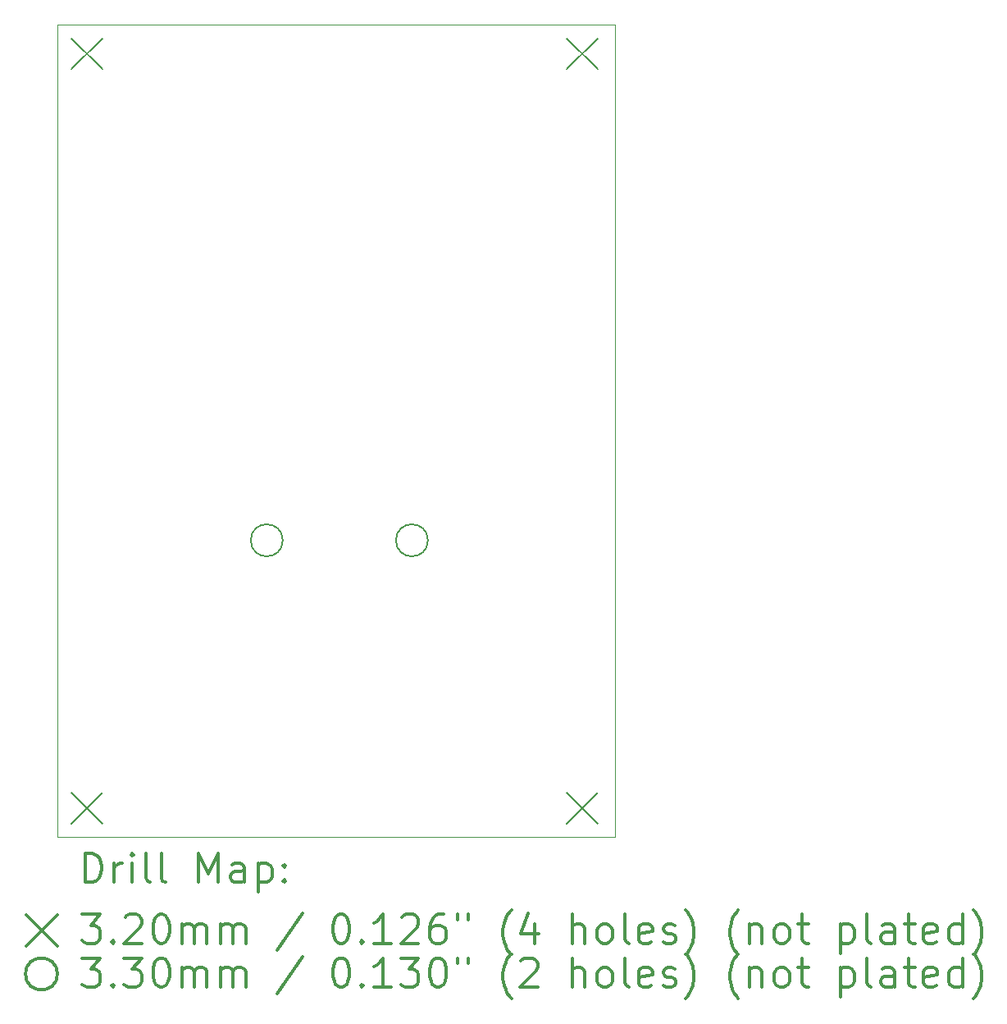
<source format=gbr>
%FSLAX45Y45*%
G04 Gerber Fmt 4.5, Leading zero omitted, Abs format (unit mm)*
G04 Created by KiCad (PCBNEW 5.1.5+dfsg1-2build2) date 2023-01-01 14:21:48*
%MOMM*%
%LPD*%
G04 APERTURE LIST*
%TA.AperFunction,Profile*%
%ADD10C,0.050000*%
%TD*%
%ADD11C,0.200000*%
%ADD12C,0.300000*%
G04 APERTURE END LIST*
D10*
X20868000Y-12954000D02*
X20868000Y-4572000D01*
X15113000Y-12954000D02*
X20868000Y-12954000D01*
X15113000Y-4572000D02*
X20868000Y-4572000D01*
X15113000Y-12954000D02*
X15113000Y-4572000D01*
D11*
X15253000Y-12494000D02*
X15573000Y-12814000D01*
X15573000Y-12494000D02*
X15253000Y-12814000D01*
X15253000Y-4712000D02*
X15573000Y-5032000D01*
X15573000Y-4712000D02*
X15253000Y-5032000D01*
X20368000Y-12494000D02*
X20688000Y-12814000D01*
X20688000Y-12494000D02*
X20368000Y-12814000D01*
X20368000Y-4712000D02*
X20688000Y-5032000D01*
X20688000Y-4712000D02*
X20368000Y-5032000D01*
X17437000Y-9892000D02*
G75*
G03X17437000Y-9892000I-165000J0D01*
G01*
X18936000Y-9892000D02*
G75*
G03X18936000Y-9892000I-165000J0D01*
G01*
D12*
X15396928Y-13422214D02*
X15396928Y-13122214D01*
X15468357Y-13122214D01*
X15511214Y-13136500D01*
X15539786Y-13165071D01*
X15554071Y-13193643D01*
X15568357Y-13250786D01*
X15568357Y-13293643D01*
X15554071Y-13350786D01*
X15539786Y-13379357D01*
X15511214Y-13407929D01*
X15468357Y-13422214D01*
X15396928Y-13422214D01*
X15696928Y-13422214D02*
X15696928Y-13222214D01*
X15696928Y-13279357D02*
X15711214Y-13250786D01*
X15725500Y-13236500D01*
X15754071Y-13222214D01*
X15782643Y-13222214D01*
X15882643Y-13422214D02*
X15882643Y-13222214D01*
X15882643Y-13122214D02*
X15868357Y-13136500D01*
X15882643Y-13150786D01*
X15896928Y-13136500D01*
X15882643Y-13122214D01*
X15882643Y-13150786D01*
X16068357Y-13422214D02*
X16039786Y-13407929D01*
X16025500Y-13379357D01*
X16025500Y-13122214D01*
X16225500Y-13422214D02*
X16196928Y-13407929D01*
X16182643Y-13379357D01*
X16182643Y-13122214D01*
X16568357Y-13422214D02*
X16568357Y-13122214D01*
X16668357Y-13336500D01*
X16768357Y-13122214D01*
X16768357Y-13422214D01*
X17039786Y-13422214D02*
X17039786Y-13265071D01*
X17025500Y-13236500D01*
X16996928Y-13222214D01*
X16939786Y-13222214D01*
X16911214Y-13236500D01*
X17039786Y-13407929D02*
X17011214Y-13422214D01*
X16939786Y-13422214D01*
X16911214Y-13407929D01*
X16896928Y-13379357D01*
X16896928Y-13350786D01*
X16911214Y-13322214D01*
X16939786Y-13307929D01*
X17011214Y-13307929D01*
X17039786Y-13293643D01*
X17182643Y-13222214D02*
X17182643Y-13522214D01*
X17182643Y-13236500D02*
X17211214Y-13222214D01*
X17268357Y-13222214D01*
X17296928Y-13236500D01*
X17311214Y-13250786D01*
X17325500Y-13279357D01*
X17325500Y-13365071D01*
X17311214Y-13393643D01*
X17296928Y-13407929D01*
X17268357Y-13422214D01*
X17211214Y-13422214D01*
X17182643Y-13407929D01*
X17454071Y-13393643D02*
X17468357Y-13407929D01*
X17454071Y-13422214D01*
X17439786Y-13407929D01*
X17454071Y-13393643D01*
X17454071Y-13422214D01*
X17454071Y-13236500D02*
X17468357Y-13250786D01*
X17454071Y-13265071D01*
X17439786Y-13250786D01*
X17454071Y-13236500D01*
X17454071Y-13265071D01*
X14790500Y-13756500D02*
X15110500Y-14076500D01*
X15110500Y-13756500D02*
X14790500Y-14076500D01*
X15368357Y-13752214D02*
X15554071Y-13752214D01*
X15454071Y-13866500D01*
X15496928Y-13866500D01*
X15525500Y-13880786D01*
X15539786Y-13895071D01*
X15554071Y-13923643D01*
X15554071Y-13995071D01*
X15539786Y-14023643D01*
X15525500Y-14037929D01*
X15496928Y-14052214D01*
X15411214Y-14052214D01*
X15382643Y-14037929D01*
X15368357Y-14023643D01*
X15682643Y-14023643D02*
X15696928Y-14037929D01*
X15682643Y-14052214D01*
X15668357Y-14037929D01*
X15682643Y-14023643D01*
X15682643Y-14052214D01*
X15811214Y-13780786D02*
X15825500Y-13766500D01*
X15854071Y-13752214D01*
X15925500Y-13752214D01*
X15954071Y-13766500D01*
X15968357Y-13780786D01*
X15982643Y-13809357D01*
X15982643Y-13837929D01*
X15968357Y-13880786D01*
X15796928Y-14052214D01*
X15982643Y-14052214D01*
X16168357Y-13752214D02*
X16196928Y-13752214D01*
X16225500Y-13766500D01*
X16239786Y-13780786D01*
X16254071Y-13809357D01*
X16268357Y-13866500D01*
X16268357Y-13937929D01*
X16254071Y-13995071D01*
X16239786Y-14023643D01*
X16225500Y-14037929D01*
X16196928Y-14052214D01*
X16168357Y-14052214D01*
X16139786Y-14037929D01*
X16125500Y-14023643D01*
X16111214Y-13995071D01*
X16096928Y-13937929D01*
X16096928Y-13866500D01*
X16111214Y-13809357D01*
X16125500Y-13780786D01*
X16139786Y-13766500D01*
X16168357Y-13752214D01*
X16396928Y-14052214D02*
X16396928Y-13852214D01*
X16396928Y-13880786D02*
X16411214Y-13866500D01*
X16439786Y-13852214D01*
X16482643Y-13852214D01*
X16511214Y-13866500D01*
X16525500Y-13895071D01*
X16525500Y-14052214D01*
X16525500Y-13895071D02*
X16539786Y-13866500D01*
X16568357Y-13852214D01*
X16611214Y-13852214D01*
X16639786Y-13866500D01*
X16654071Y-13895071D01*
X16654071Y-14052214D01*
X16796928Y-14052214D02*
X16796928Y-13852214D01*
X16796928Y-13880786D02*
X16811214Y-13866500D01*
X16839786Y-13852214D01*
X16882643Y-13852214D01*
X16911214Y-13866500D01*
X16925500Y-13895071D01*
X16925500Y-14052214D01*
X16925500Y-13895071D02*
X16939786Y-13866500D01*
X16968357Y-13852214D01*
X17011214Y-13852214D01*
X17039786Y-13866500D01*
X17054071Y-13895071D01*
X17054071Y-14052214D01*
X17639786Y-13737929D02*
X17382643Y-14123643D01*
X18025500Y-13752214D02*
X18054071Y-13752214D01*
X18082643Y-13766500D01*
X18096928Y-13780786D01*
X18111214Y-13809357D01*
X18125500Y-13866500D01*
X18125500Y-13937929D01*
X18111214Y-13995071D01*
X18096928Y-14023643D01*
X18082643Y-14037929D01*
X18054071Y-14052214D01*
X18025500Y-14052214D01*
X17996928Y-14037929D01*
X17982643Y-14023643D01*
X17968357Y-13995071D01*
X17954071Y-13937929D01*
X17954071Y-13866500D01*
X17968357Y-13809357D01*
X17982643Y-13780786D01*
X17996928Y-13766500D01*
X18025500Y-13752214D01*
X18254071Y-14023643D02*
X18268357Y-14037929D01*
X18254071Y-14052214D01*
X18239786Y-14037929D01*
X18254071Y-14023643D01*
X18254071Y-14052214D01*
X18554071Y-14052214D02*
X18382643Y-14052214D01*
X18468357Y-14052214D02*
X18468357Y-13752214D01*
X18439786Y-13795071D01*
X18411214Y-13823643D01*
X18382643Y-13837929D01*
X18668357Y-13780786D02*
X18682643Y-13766500D01*
X18711214Y-13752214D01*
X18782643Y-13752214D01*
X18811214Y-13766500D01*
X18825500Y-13780786D01*
X18839786Y-13809357D01*
X18839786Y-13837929D01*
X18825500Y-13880786D01*
X18654071Y-14052214D01*
X18839786Y-14052214D01*
X19096928Y-13752214D02*
X19039786Y-13752214D01*
X19011214Y-13766500D01*
X18996928Y-13780786D01*
X18968357Y-13823643D01*
X18954071Y-13880786D01*
X18954071Y-13995071D01*
X18968357Y-14023643D01*
X18982643Y-14037929D01*
X19011214Y-14052214D01*
X19068357Y-14052214D01*
X19096928Y-14037929D01*
X19111214Y-14023643D01*
X19125500Y-13995071D01*
X19125500Y-13923643D01*
X19111214Y-13895071D01*
X19096928Y-13880786D01*
X19068357Y-13866500D01*
X19011214Y-13866500D01*
X18982643Y-13880786D01*
X18968357Y-13895071D01*
X18954071Y-13923643D01*
X19239786Y-13752214D02*
X19239786Y-13809357D01*
X19354071Y-13752214D02*
X19354071Y-13809357D01*
X19796928Y-14166500D02*
X19782643Y-14152214D01*
X19754071Y-14109357D01*
X19739786Y-14080786D01*
X19725500Y-14037929D01*
X19711214Y-13966500D01*
X19711214Y-13909357D01*
X19725500Y-13837929D01*
X19739786Y-13795071D01*
X19754071Y-13766500D01*
X19782643Y-13723643D01*
X19796928Y-13709357D01*
X20039786Y-13852214D02*
X20039786Y-14052214D01*
X19968357Y-13737929D02*
X19896928Y-13952214D01*
X20082643Y-13952214D01*
X20425500Y-14052214D02*
X20425500Y-13752214D01*
X20554071Y-14052214D02*
X20554071Y-13895071D01*
X20539786Y-13866500D01*
X20511214Y-13852214D01*
X20468357Y-13852214D01*
X20439786Y-13866500D01*
X20425500Y-13880786D01*
X20739786Y-14052214D02*
X20711214Y-14037929D01*
X20696928Y-14023643D01*
X20682643Y-13995071D01*
X20682643Y-13909357D01*
X20696928Y-13880786D01*
X20711214Y-13866500D01*
X20739786Y-13852214D01*
X20782643Y-13852214D01*
X20811214Y-13866500D01*
X20825500Y-13880786D01*
X20839786Y-13909357D01*
X20839786Y-13995071D01*
X20825500Y-14023643D01*
X20811214Y-14037929D01*
X20782643Y-14052214D01*
X20739786Y-14052214D01*
X21011214Y-14052214D02*
X20982643Y-14037929D01*
X20968357Y-14009357D01*
X20968357Y-13752214D01*
X21239786Y-14037929D02*
X21211214Y-14052214D01*
X21154071Y-14052214D01*
X21125500Y-14037929D01*
X21111214Y-14009357D01*
X21111214Y-13895071D01*
X21125500Y-13866500D01*
X21154071Y-13852214D01*
X21211214Y-13852214D01*
X21239786Y-13866500D01*
X21254071Y-13895071D01*
X21254071Y-13923643D01*
X21111214Y-13952214D01*
X21368357Y-14037929D02*
X21396928Y-14052214D01*
X21454071Y-14052214D01*
X21482643Y-14037929D01*
X21496928Y-14009357D01*
X21496928Y-13995071D01*
X21482643Y-13966500D01*
X21454071Y-13952214D01*
X21411214Y-13952214D01*
X21382643Y-13937929D01*
X21368357Y-13909357D01*
X21368357Y-13895071D01*
X21382643Y-13866500D01*
X21411214Y-13852214D01*
X21454071Y-13852214D01*
X21482643Y-13866500D01*
X21596928Y-14166500D02*
X21611214Y-14152214D01*
X21639786Y-14109357D01*
X21654071Y-14080786D01*
X21668357Y-14037929D01*
X21682643Y-13966500D01*
X21682643Y-13909357D01*
X21668357Y-13837929D01*
X21654071Y-13795071D01*
X21639786Y-13766500D01*
X21611214Y-13723643D01*
X21596928Y-13709357D01*
X22139786Y-14166500D02*
X22125500Y-14152214D01*
X22096928Y-14109357D01*
X22082643Y-14080786D01*
X22068357Y-14037929D01*
X22054071Y-13966500D01*
X22054071Y-13909357D01*
X22068357Y-13837929D01*
X22082643Y-13795071D01*
X22096928Y-13766500D01*
X22125500Y-13723643D01*
X22139786Y-13709357D01*
X22254071Y-13852214D02*
X22254071Y-14052214D01*
X22254071Y-13880786D02*
X22268357Y-13866500D01*
X22296928Y-13852214D01*
X22339786Y-13852214D01*
X22368357Y-13866500D01*
X22382643Y-13895071D01*
X22382643Y-14052214D01*
X22568357Y-14052214D02*
X22539786Y-14037929D01*
X22525500Y-14023643D01*
X22511214Y-13995071D01*
X22511214Y-13909357D01*
X22525500Y-13880786D01*
X22539786Y-13866500D01*
X22568357Y-13852214D01*
X22611214Y-13852214D01*
X22639786Y-13866500D01*
X22654071Y-13880786D01*
X22668357Y-13909357D01*
X22668357Y-13995071D01*
X22654071Y-14023643D01*
X22639786Y-14037929D01*
X22611214Y-14052214D01*
X22568357Y-14052214D01*
X22754071Y-13852214D02*
X22868357Y-13852214D01*
X22796928Y-13752214D02*
X22796928Y-14009357D01*
X22811214Y-14037929D01*
X22839786Y-14052214D01*
X22868357Y-14052214D01*
X23196928Y-13852214D02*
X23196928Y-14152214D01*
X23196928Y-13866500D02*
X23225500Y-13852214D01*
X23282643Y-13852214D01*
X23311214Y-13866500D01*
X23325500Y-13880786D01*
X23339786Y-13909357D01*
X23339786Y-13995071D01*
X23325500Y-14023643D01*
X23311214Y-14037929D01*
X23282643Y-14052214D01*
X23225500Y-14052214D01*
X23196928Y-14037929D01*
X23511214Y-14052214D02*
X23482643Y-14037929D01*
X23468357Y-14009357D01*
X23468357Y-13752214D01*
X23754071Y-14052214D02*
X23754071Y-13895071D01*
X23739786Y-13866500D01*
X23711214Y-13852214D01*
X23654071Y-13852214D01*
X23625500Y-13866500D01*
X23754071Y-14037929D02*
X23725500Y-14052214D01*
X23654071Y-14052214D01*
X23625500Y-14037929D01*
X23611214Y-14009357D01*
X23611214Y-13980786D01*
X23625500Y-13952214D01*
X23654071Y-13937929D01*
X23725500Y-13937929D01*
X23754071Y-13923643D01*
X23854071Y-13852214D02*
X23968357Y-13852214D01*
X23896928Y-13752214D02*
X23896928Y-14009357D01*
X23911214Y-14037929D01*
X23939786Y-14052214D01*
X23968357Y-14052214D01*
X24182643Y-14037929D02*
X24154071Y-14052214D01*
X24096928Y-14052214D01*
X24068357Y-14037929D01*
X24054071Y-14009357D01*
X24054071Y-13895071D01*
X24068357Y-13866500D01*
X24096928Y-13852214D01*
X24154071Y-13852214D01*
X24182643Y-13866500D01*
X24196928Y-13895071D01*
X24196928Y-13923643D01*
X24054071Y-13952214D01*
X24454071Y-14052214D02*
X24454071Y-13752214D01*
X24454071Y-14037929D02*
X24425500Y-14052214D01*
X24368357Y-14052214D01*
X24339786Y-14037929D01*
X24325500Y-14023643D01*
X24311214Y-13995071D01*
X24311214Y-13909357D01*
X24325500Y-13880786D01*
X24339786Y-13866500D01*
X24368357Y-13852214D01*
X24425500Y-13852214D01*
X24454071Y-13866500D01*
X24568357Y-14166500D02*
X24582643Y-14152214D01*
X24611214Y-14109357D01*
X24625500Y-14080786D01*
X24639786Y-14037929D01*
X24654071Y-13966500D01*
X24654071Y-13909357D01*
X24639786Y-13837929D01*
X24625500Y-13795071D01*
X24611214Y-13766500D01*
X24582643Y-13723643D01*
X24568357Y-13709357D01*
X15110500Y-14366500D02*
G75*
G03X15110500Y-14366500I-165000J0D01*
G01*
X15368357Y-14202214D02*
X15554071Y-14202214D01*
X15454071Y-14316500D01*
X15496928Y-14316500D01*
X15525500Y-14330786D01*
X15539786Y-14345071D01*
X15554071Y-14373643D01*
X15554071Y-14445071D01*
X15539786Y-14473643D01*
X15525500Y-14487929D01*
X15496928Y-14502214D01*
X15411214Y-14502214D01*
X15382643Y-14487929D01*
X15368357Y-14473643D01*
X15682643Y-14473643D02*
X15696928Y-14487929D01*
X15682643Y-14502214D01*
X15668357Y-14487929D01*
X15682643Y-14473643D01*
X15682643Y-14502214D01*
X15796928Y-14202214D02*
X15982643Y-14202214D01*
X15882643Y-14316500D01*
X15925500Y-14316500D01*
X15954071Y-14330786D01*
X15968357Y-14345071D01*
X15982643Y-14373643D01*
X15982643Y-14445071D01*
X15968357Y-14473643D01*
X15954071Y-14487929D01*
X15925500Y-14502214D01*
X15839786Y-14502214D01*
X15811214Y-14487929D01*
X15796928Y-14473643D01*
X16168357Y-14202214D02*
X16196928Y-14202214D01*
X16225500Y-14216500D01*
X16239786Y-14230786D01*
X16254071Y-14259357D01*
X16268357Y-14316500D01*
X16268357Y-14387929D01*
X16254071Y-14445071D01*
X16239786Y-14473643D01*
X16225500Y-14487929D01*
X16196928Y-14502214D01*
X16168357Y-14502214D01*
X16139786Y-14487929D01*
X16125500Y-14473643D01*
X16111214Y-14445071D01*
X16096928Y-14387929D01*
X16096928Y-14316500D01*
X16111214Y-14259357D01*
X16125500Y-14230786D01*
X16139786Y-14216500D01*
X16168357Y-14202214D01*
X16396928Y-14502214D02*
X16396928Y-14302214D01*
X16396928Y-14330786D02*
X16411214Y-14316500D01*
X16439786Y-14302214D01*
X16482643Y-14302214D01*
X16511214Y-14316500D01*
X16525500Y-14345071D01*
X16525500Y-14502214D01*
X16525500Y-14345071D02*
X16539786Y-14316500D01*
X16568357Y-14302214D01*
X16611214Y-14302214D01*
X16639786Y-14316500D01*
X16654071Y-14345071D01*
X16654071Y-14502214D01*
X16796928Y-14502214D02*
X16796928Y-14302214D01*
X16796928Y-14330786D02*
X16811214Y-14316500D01*
X16839786Y-14302214D01*
X16882643Y-14302214D01*
X16911214Y-14316500D01*
X16925500Y-14345071D01*
X16925500Y-14502214D01*
X16925500Y-14345071D02*
X16939786Y-14316500D01*
X16968357Y-14302214D01*
X17011214Y-14302214D01*
X17039786Y-14316500D01*
X17054071Y-14345071D01*
X17054071Y-14502214D01*
X17639786Y-14187929D02*
X17382643Y-14573643D01*
X18025500Y-14202214D02*
X18054071Y-14202214D01*
X18082643Y-14216500D01*
X18096928Y-14230786D01*
X18111214Y-14259357D01*
X18125500Y-14316500D01*
X18125500Y-14387929D01*
X18111214Y-14445071D01*
X18096928Y-14473643D01*
X18082643Y-14487929D01*
X18054071Y-14502214D01*
X18025500Y-14502214D01*
X17996928Y-14487929D01*
X17982643Y-14473643D01*
X17968357Y-14445071D01*
X17954071Y-14387929D01*
X17954071Y-14316500D01*
X17968357Y-14259357D01*
X17982643Y-14230786D01*
X17996928Y-14216500D01*
X18025500Y-14202214D01*
X18254071Y-14473643D02*
X18268357Y-14487929D01*
X18254071Y-14502214D01*
X18239786Y-14487929D01*
X18254071Y-14473643D01*
X18254071Y-14502214D01*
X18554071Y-14502214D02*
X18382643Y-14502214D01*
X18468357Y-14502214D02*
X18468357Y-14202214D01*
X18439786Y-14245071D01*
X18411214Y-14273643D01*
X18382643Y-14287929D01*
X18654071Y-14202214D02*
X18839786Y-14202214D01*
X18739786Y-14316500D01*
X18782643Y-14316500D01*
X18811214Y-14330786D01*
X18825500Y-14345071D01*
X18839786Y-14373643D01*
X18839786Y-14445071D01*
X18825500Y-14473643D01*
X18811214Y-14487929D01*
X18782643Y-14502214D01*
X18696928Y-14502214D01*
X18668357Y-14487929D01*
X18654071Y-14473643D01*
X19025500Y-14202214D02*
X19054071Y-14202214D01*
X19082643Y-14216500D01*
X19096928Y-14230786D01*
X19111214Y-14259357D01*
X19125500Y-14316500D01*
X19125500Y-14387929D01*
X19111214Y-14445071D01*
X19096928Y-14473643D01*
X19082643Y-14487929D01*
X19054071Y-14502214D01*
X19025500Y-14502214D01*
X18996928Y-14487929D01*
X18982643Y-14473643D01*
X18968357Y-14445071D01*
X18954071Y-14387929D01*
X18954071Y-14316500D01*
X18968357Y-14259357D01*
X18982643Y-14230786D01*
X18996928Y-14216500D01*
X19025500Y-14202214D01*
X19239786Y-14202214D02*
X19239786Y-14259357D01*
X19354071Y-14202214D02*
X19354071Y-14259357D01*
X19796928Y-14616500D02*
X19782643Y-14602214D01*
X19754071Y-14559357D01*
X19739786Y-14530786D01*
X19725500Y-14487929D01*
X19711214Y-14416500D01*
X19711214Y-14359357D01*
X19725500Y-14287929D01*
X19739786Y-14245071D01*
X19754071Y-14216500D01*
X19782643Y-14173643D01*
X19796928Y-14159357D01*
X19896928Y-14230786D02*
X19911214Y-14216500D01*
X19939786Y-14202214D01*
X20011214Y-14202214D01*
X20039786Y-14216500D01*
X20054071Y-14230786D01*
X20068357Y-14259357D01*
X20068357Y-14287929D01*
X20054071Y-14330786D01*
X19882643Y-14502214D01*
X20068357Y-14502214D01*
X20425500Y-14502214D02*
X20425500Y-14202214D01*
X20554071Y-14502214D02*
X20554071Y-14345071D01*
X20539786Y-14316500D01*
X20511214Y-14302214D01*
X20468357Y-14302214D01*
X20439786Y-14316500D01*
X20425500Y-14330786D01*
X20739786Y-14502214D02*
X20711214Y-14487929D01*
X20696928Y-14473643D01*
X20682643Y-14445071D01*
X20682643Y-14359357D01*
X20696928Y-14330786D01*
X20711214Y-14316500D01*
X20739786Y-14302214D01*
X20782643Y-14302214D01*
X20811214Y-14316500D01*
X20825500Y-14330786D01*
X20839786Y-14359357D01*
X20839786Y-14445071D01*
X20825500Y-14473643D01*
X20811214Y-14487929D01*
X20782643Y-14502214D01*
X20739786Y-14502214D01*
X21011214Y-14502214D02*
X20982643Y-14487929D01*
X20968357Y-14459357D01*
X20968357Y-14202214D01*
X21239786Y-14487929D02*
X21211214Y-14502214D01*
X21154071Y-14502214D01*
X21125500Y-14487929D01*
X21111214Y-14459357D01*
X21111214Y-14345071D01*
X21125500Y-14316500D01*
X21154071Y-14302214D01*
X21211214Y-14302214D01*
X21239786Y-14316500D01*
X21254071Y-14345071D01*
X21254071Y-14373643D01*
X21111214Y-14402214D01*
X21368357Y-14487929D02*
X21396928Y-14502214D01*
X21454071Y-14502214D01*
X21482643Y-14487929D01*
X21496928Y-14459357D01*
X21496928Y-14445071D01*
X21482643Y-14416500D01*
X21454071Y-14402214D01*
X21411214Y-14402214D01*
X21382643Y-14387929D01*
X21368357Y-14359357D01*
X21368357Y-14345071D01*
X21382643Y-14316500D01*
X21411214Y-14302214D01*
X21454071Y-14302214D01*
X21482643Y-14316500D01*
X21596928Y-14616500D02*
X21611214Y-14602214D01*
X21639786Y-14559357D01*
X21654071Y-14530786D01*
X21668357Y-14487929D01*
X21682643Y-14416500D01*
X21682643Y-14359357D01*
X21668357Y-14287929D01*
X21654071Y-14245071D01*
X21639786Y-14216500D01*
X21611214Y-14173643D01*
X21596928Y-14159357D01*
X22139786Y-14616500D02*
X22125500Y-14602214D01*
X22096928Y-14559357D01*
X22082643Y-14530786D01*
X22068357Y-14487929D01*
X22054071Y-14416500D01*
X22054071Y-14359357D01*
X22068357Y-14287929D01*
X22082643Y-14245071D01*
X22096928Y-14216500D01*
X22125500Y-14173643D01*
X22139786Y-14159357D01*
X22254071Y-14302214D02*
X22254071Y-14502214D01*
X22254071Y-14330786D02*
X22268357Y-14316500D01*
X22296928Y-14302214D01*
X22339786Y-14302214D01*
X22368357Y-14316500D01*
X22382643Y-14345071D01*
X22382643Y-14502214D01*
X22568357Y-14502214D02*
X22539786Y-14487929D01*
X22525500Y-14473643D01*
X22511214Y-14445071D01*
X22511214Y-14359357D01*
X22525500Y-14330786D01*
X22539786Y-14316500D01*
X22568357Y-14302214D01*
X22611214Y-14302214D01*
X22639786Y-14316500D01*
X22654071Y-14330786D01*
X22668357Y-14359357D01*
X22668357Y-14445071D01*
X22654071Y-14473643D01*
X22639786Y-14487929D01*
X22611214Y-14502214D01*
X22568357Y-14502214D01*
X22754071Y-14302214D02*
X22868357Y-14302214D01*
X22796928Y-14202214D02*
X22796928Y-14459357D01*
X22811214Y-14487929D01*
X22839786Y-14502214D01*
X22868357Y-14502214D01*
X23196928Y-14302214D02*
X23196928Y-14602214D01*
X23196928Y-14316500D02*
X23225500Y-14302214D01*
X23282643Y-14302214D01*
X23311214Y-14316500D01*
X23325500Y-14330786D01*
X23339786Y-14359357D01*
X23339786Y-14445071D01*
X23325500Y-14473643D01*
X23311214Y-14487929D01*
X23282643Y-14502214D01*
X23225500Y-14502214D01*
X23196928Y-14487929D01*
X23511214Y-14502214D02*
X23482643Y-14487929D01*
X23468357Y-14459357D01*
X23468357Y-14202214D01*
X23754071Y-14502214D02*
X23754071Y-14345071D01*
X23739786Y-14316500D01*
X23711214Y-14302214D01*
X23654071Y-14302214D01*
X23625500Y-14316500D01*
X23754071Y-14487929D02*
X23725500Y-14502214D01*
X23654071Y-14502214D01*
X23625500Y-14487929D01*
X23611214Y-14459357D01*
X23611214Y-14430786D01*
X23625500Y-14402214D01*
X23654071Y-14387929D01*
X23725500Y-14387929D01*
X23754071Y-14373643D01*
X23854071Y-14302214D02*
X23968357Y-14302214D01*
X23896928Y-14202214D02*
X23896928Y-14459357D01*
X23911214Y-14487929D01*
X23939786Y-14502214D01*
X23968357Y-14502214D01*
X24182643Y-14487929D02*
X24154071Y-14502214D01*
X24096928Y-14502214D01*
X24068357Y-14487929D01*
X24054071Y-14459357D01*
X24054071Y-14345071D01*
X24068357Y-14316500D01*
X24096928Y-14302214D01*
X24154071Y-14302214D01*
X24182643Y-14316500D01*
X24196928Y-14345071D01*
X24196928Y-14373643D01*
X24054071Y-14402214D01*
X24454071Y-14502214D02*
X24454071Y-14202214D01*
X24454071Y-14487929D02*
X24425500Y-14502214D01*
X24368357Y-14502214D01*
X24339786Y-14487929D01*
X24325500Y-14473643D01*
X24311214Y-14445071D01*
X24311214Y-14359357D01*
X24325500Y-14330786D01*
X24339786Y-14316500D01*
X24368357Y-14302214D01*
X24425500Y-14302214D01*
X24454071Y-14316500D01*
X24568357Y-14616500D02*
X24582643Y-14602214D01*
X24611214Y-14559357D01*
X24625500Y-14530786D01*
X24639786Y-14487929D01*
X24654071Y-14416500D01*
X24654071Y-14359357D01*
X24639786Y-14287929D01*
X24625500Y-14245071D01*
X24611214Y-14216500D01*
X24582643Y-14173643D01*
X24568357Y-14159357D01*
M02*

</source>
